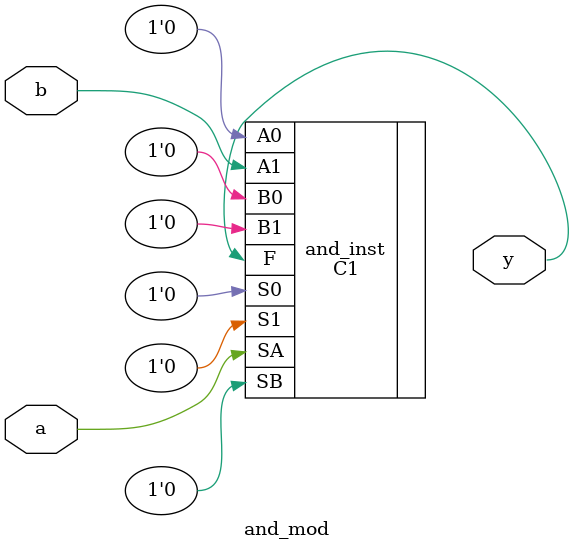
<source format=v>
module xor_mod (
    input wire A,
    input wire B,
    output wire out
);

    C2 xor_inst (
        .A0(A),
        .B0(B),
        .A1(A),
        .B1(B),
        .D(4'b0100),
        .out(out)
    );

endmodule

module not_mod (
    input wire A,
    output wire out
);

    C1 not_inst (
        .A0(1'b1),
        .A1(1'b1),
        .SA(1'b1),
        .B0(1'b0),
        .B1(1'b0),
        .SB(1'b0),
        .S0(A),
        .S1(A),
        .F(out)
    );

endmodule

module nor_mod (
    input wire A,
    input wire B,
    output wire out
);

    C1 nor_inst (
        .A0(1'b1),
        .A1(1'b1),
        .SA(1'b1),
        .B0(1'b0),
        .B1(1'b0),
        .SB(1'b0),
        .S0(A),
        .S1(B),
        .F(out)
    );

endmodule

module or_mod
(
    input a, b,
    output y
);
    C1 or_inst (
        .A0(1'b0),
        .A1(1'b0),
        .SA(1'b0),
        .B0(1'b1),
        .B1(1'b1),
        .SB(1'b1),
        .S0(a),
        .S1(b),
        .F(y)
    );
endmodule

module and_mod
(
    input a, b,
    output y
);
    C1 and_inst (
        .A0(1'b0),
        .A1(b),
        .SA(a),
        .B0(1'b0),
        .B1(1'b0),
        .SB(1'b0),
        .S0(1'b0),
        .S1(1'b0),
        .F(y)
    );
endmodule
</source>
